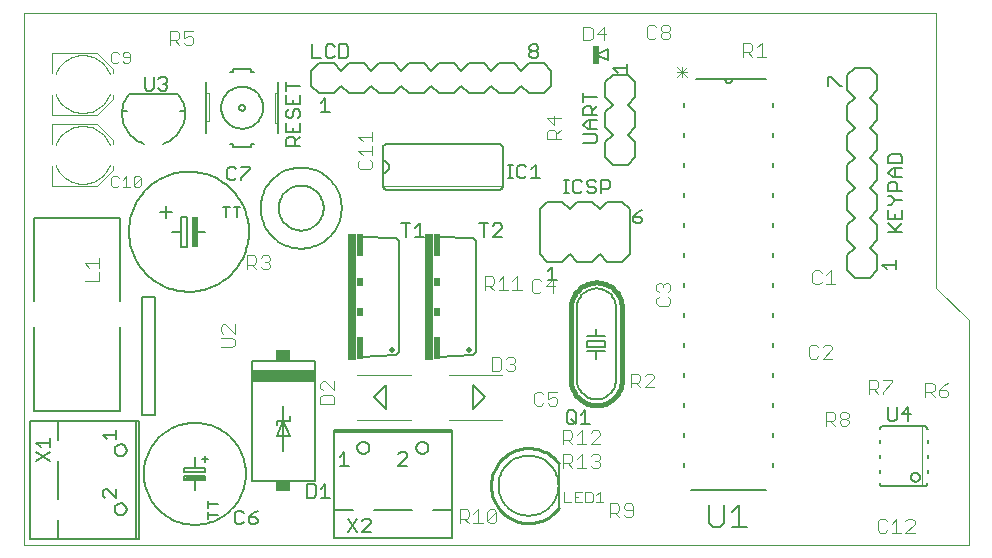
<source format=gto>
G75*
%MOIN*%
%OFA0B0*%
%FSLAX24Y24*%
%IPPOS*%
%LPD*%
%AMOC8*
5,1,8,0,0,1.08239X$1,22.5*
%
%ADD10C,0.0000*%
%ADD11C,0.0060*%
%ADD12C,0.0030*%
%ADD13C,0.0080*%
%ADD14C,0.0040*%
%ADD15C,0.0160*%
%ADD16C,0.0050*%
%ADD17R,0.0500X0.0350*%
%ADD18R,0.2100X0.0400*%
%ADD19R,0.0200X0.1000*%
%ADD20C,0.0020*%
%ADD21C,0.0200*%
%ADD22R,0.0300X0.4200*%
%ADD23R,0.0200X0.0750*%
%ADD24R,0.0200X0.0300*%
%ADD25R,0.0240X0.0620*%
%ADD26C,0.0100*%
D10*
X000149Y000149D02*
X000149Y017866D01*
X030563Y017866D01*
X030563Y008712D01*
X031645Y007630D01*
X031645Y000149D01*
X000149Y000149D01*
D11*
X000361Y000349D02*
X001302Y000349D01*
X003902Y000349D01*
X003902Y004279D01*
X003981Y004279D01*
X003981Y000349D01*
X003902Y000349D01*
X003181Y001329D02*
X003183Y001357D01*
X003189Y001384D01*
X003198Y001410D01*
X003211Y001435D01*
X003228Y001458D01*
X003247Y001478D01*
X003269Y001495D01*
X003293Y001509D01*
X003319Y001519D01*
X003346Y001526D01*
X003374Y001529D01*
X003402Y001528D01*
X003429Y001523D01*
X003456Y001514D01*
X003481Y001502D01*
X003504Y001487D01*
X003525Y001468D01*
X003543Y001447D01*
X003558Y001423D01*
X003569Y001397D01*
X003577Y001371D01*
X003581Y001343D01*
X003581Y001315D01*
X003577Y001287D01*
X003569Y001261D01*
X003558Y001235D01*
X003543Y001211D01*
X003525Y001190D01*
X003504Y001171D01*
X003481Y001156D01*
X003456Y001144D01*
X003429Y001135D01*
X003402Y001130D01*
X003374Y001129D01*
X003346Y001132D01*
X003319Y001139D01*
X003293Y001149D01*
X003269Y001163D01*
X003247Y001180D01*
X003228Y001200D01*
X003211Y001223D01*
X003198Y001248D01*
X003189Y001274D01*
X003183Y001301D01*
X003181Y001329D01*
X001302Y001679D02*
X001302Y002949D01*
X001302Y003649D02*
X001302Y004279D01*
X003902Y004279D01*
X003181Y003299D02*
X003183Y003327D01*
X003189Y003354D01*
X003198Y003380D01*
X003211Y003405D01*
X003228Y003428D01*
X003247Y003448D01*
X003269Y003465D01*
X003293Y003479D01*
X003319Y003489D01*
X003346Y003496D01*
X003374Y003499D01*
X003402Y003498D01*
X003429Y003493D01*
X003456Y003484D01*
X003481Y003472D01*
X003504Y003457D01*
X003525Y003438D01*
X003543Y003417D01*
X003558Y003393D01*
X003569Y003367D01*
X003577Y003341D01*
X003581Y003313D01*
X003581Y003285D01*
X003577Y003257D01*
X003569Y003231D01*
X003558Y003205D01*
X003543Y003181D01*
X003525Y003160D01*
X003504Y003141D01*
X003481Y003126D01*
X003456Y003114D01*
X003429Y003105D01*
X003402Y003100D01*
X003374Y003099D01*
X003346Y003102D01*
X003319Y003109D01*
X003293Y003119D01*
X003269Y003133D01*
X003247Y003150D01*
X003228Y003170D01*
X003211Y003193D01*
X003198Y003218D01*
X003189Y003244D01*
X003183Y003271D01*
X003181Y003299D01*
X001302Y004279D02*
X000361Y004279D01*
X000361Y000349D01*
X001302Y000349D02*
X001302Y000979D01*
X005508Y002311D02*
X005858Y002311D01*
X006208Y002311D01*
X006208Y002441D01*
X005508Y002441D01*
X005508Y002311D01*
X005558Y002381D02*
X006158Y002381D01*
X006208Y002581D02*
X006208Y002711D01*
X005858Y002711D01*
X005508Y002711D01*
X005508Y002581D01*
X006208Y002581D01*
X004158Y002511D02*
X004160Y002593D01*
X004166Y002675D01*
X004176Y002757D01*
X004190Y002838D01*
X004207Y002918D01*
X004229Y002997D01*
X004254Y003075D01*
X004284Y003152D01*
X004316Y003227D01*
X004353Y003301D01*
X004393Y003373D01*
X004436Y003443D01*
X004483Y003510D01*
X004533Y003576D01*
X004586Y003638D01*
X004641Y003698D01*
X004700Y003756D01*
X004762Y003810D01*
X004826Y003862D01*
X004892Y003910D01*
X004961Y003955D01*
X005032Y003997D01*
X005105Y004035D01*
X005179Y004070D01*
X005255Y004101D01*
X005333Y004128D01*
X005411Y004151D01*
X005491Y004171D01*
X005572Y004187D01*
X005653Y004199D01*
X005735Y004207D01*
X005817Y004211D01*
X005899Y004211D01*
X005981Y004207D01*
X006063Y004199D01*
X006144Y004187D01*
X006225Y004171D01*
X006305Y004151D01*
X006383Y004128D01*
X006461Y004101D01*
X006537Y004070D01*
X006611Y004035D01*
X006684Y003997D01*
X006755Y003955D01*
X006824Y003910D01*
X006890Y003862D01*
X006954Y003810D01*
X007016Y003756D01*
X007075Y003698D01*
X007130Y003638D01*
X007183Y003576D01*
X007233Y003510D01*
X007280Y003443D01*
X007323Y003373D01*
X007363Y003301D01*
X007400Y003227D01*
X007432Y003152D01*
X007462Y003075D01*
X007487Y002997D01*
X007509Y002918D01*
X007526Y002838D01*
X007540Y002757D01*
X007550Y002675D01*
X007556Y002593D01*
X007558Y002511D01*
X007556Y002429D01*
X007550Y002347D01*
X007540Y002265D01*
X007526Y002184D01*
X007509Y002104D01*
X007487Y002025D01*
X007462Y001947D01*
X007432Y001870D01*
X007400Y001795D01*
X007363Y001721D01*
X007323Y001649D01*
X007280Y001579D01*
X007233Y001512D01*
X007183Y001446D01*
X007130Y001384D01*
X007075Y001324D01*
X007016Y001266D01*
X006954Y001212D01*
X006890Y001160D01*
X006824Y001112D01*
X006755Y001067D01*
X006684Y001025D01*
X006611Y000987D01*
X006537Y000952D01*
X006461Y000921D01*
X006383Y000894D01*
X006305Y000871D01*
X006225Y000851D01*
X006144Y000835D01*
X006063Y000823D01*
X005981Y000815D01*
X005899Y000811D01*
X005817Y000811D01*
X005735Y000815D01*
X005653Y000823D01*
X005572Y000835D01*
X005491Y000851D01*
X005411Y000871D01*
X005333Y000894D01*
X005255Y000921D01*
X005179Y000952D01*
X005105Y000987D01*
X005032Y001025D01*
X004961Y001067D01*
X004892Y001112D01*
X004826Y001160D01*
X004762Y001212D01*
X004700Y001266D01*
X004641Y001324D01*
X004586Y001384D01*
X004533Y001446D01*
X004483Y001512D01*
X004436Y001579D01*
X004393Y001649D01*
X004353Y001721D01*
X004316Y001795D01*
X004284Y001870D01*
X004254Y001947D01*
X004229Y002025D01*
X004207Y002104D01*
X004190Y002184D01*
X004176Y002265D01*
X004166Y002347D01*
X004160Y002429D01*
X004158Y002511D01*
X005858Y002311D02*
X005858Y001961D01*
X005858Y002711D02*
X005858Y003061D01*
X006108Y003011D02*
X006308Y003011D01*
X006208Y002911D02*
X006208Y003111D01*
X007761Y002283D02*
X007761Y006283D01*
X009861Y006283D01*
X009861Y002283D01*
X007761Y002283D01*
X008811Y003283D02*
X008811Y004283D01*
X009041Y004283D01*
X009041Y004433D01*
X008811Y004283D02*
X008581Y004283D01*
X008581Y004133D01*
X008811Y004283D02*
X008581Y003783D01*
X009041Y003783D01*
X008811Y004283D01*
X008811Y004783D01*
X010488Y003981D02*
X010488Y003902D01*
X014418Y003902D01*
X014418Y001302D01*
X014418Y000361D01*
X010488Y000361D01*
X010488Y001302D01*
X010488Y003902D01*
X010488Y003981D02*
X014418Y003981D01*
X014418Y003902D01*
X013238Y003381D02*
X013240Y003409D01*
X013246Y003436D01*
X013255Y003462D01*
X013268Y003487D01*
X013285Y003510D01*
X013304Y003530D01*
X013326Y003547D01*
X013350Y003561D01*
X013376Y003571D01*
X013403Y003578D01*
X013431Y003581D01*
X013459Y003580D01*
X013486Y003575D01*
X013513Y003566D01*
X013538Y003554D01*
X013561Y003539D01*
X013582Y003520D01*
X013600Y003499D01*
X013615Y003475D01*
X013626Y003449D01*
X013634Y003423D01*
X013638Y003395D01*
X013638Y003367D01*
X013634Y003339D01*
X013626Y003313D01*
X013615Y003287D01*
X013600Y003263D01*
X013582Y003242D01*
X013561Y003223D01*
X013538Y003208D01*
X013513Y003196D01*
X013486Y003187D01*
X013459Y003182D01*
X013431Y003181D01*
X013403Y003184D01*
X013376Y003191D01*
X013350Y003201D01*
X013326Y003215D01*
X013304Y003232D01*
X013285Y003252D01*
X013268Y003275D01*
X013255Y003300D01*
X013246Y003326D01*
X013240Y003353D01*
X013238Y003381D01*
X011268Y003381D02*
X011270Y003409D01*
X011276Y003436D01*
X011285Y003462D01*
X011298Y003487D01*
X011315Y003510D01*
X011334Y003530D01*
X011356Y003547D01*
X011380Y003561D01*
X011406Y003571D01*
X011433Y003578D01*
X011461Y003581D01*
X011489Y003580D01*
X011516Y003575D01*
X011543Y003566D01*
X011568Y003554D01*
X011591Y003539D01*
X011612Y003520D01*
X011630Y003499D01*
X011645Y003475D01*
X011656Y003449D01*
X011664Y003423D01*
X011668Y003395D01*
X011668Y003367D01*
X011664Y003339D01*
X011656Y003313D01*
X011645Y003287D01*
X011630Y003263D01*
X011612Y003242D01*
X011591Y003223D01*
X011568Y003208D01*
X011543Y003196D01*
X011516Y003187D01*
X011489Y003182D01*
X011461Y003181D01*
X011433Y003184D01*
X011406Y003191D01*
X011380Y003201D01*
X011356Y003215D01*
X011334Y003232D01*
X011315Y003252D01*
X011298Y003275D01*
X011285Y003300D01*
X011276Y003326D01*
X011270Y003353D01*
X011268Y003381D01*
X011118Y001302D02*
X010488Y001302D01*
X011818Y001302D02*
X013088Y001302D01*
X013788Y001302D02*
X014418Y001302D01*
X015980Y002118D02*
X015982Y002181D01*
X015988Y002243D01*
X015998Y002305D01*
X016011Y002367D01*
X016029Y002427D01*
X016050Y002486D01*
X016075Y002544D01*
X016104Y002600D01*
X016136Y002654D01*
X016171Y002706D01*
X016209Y002755D01*
X016251Y002803D01*
X016295Y002847D01*
X016343Y002889D01*
X016392Y002927D01*
X016444Y002962D01*
X016498Y002994D01*
X016554Y003023D01*
X016612Y003048D01*
X016671Y003069D01*
X016731Y003087D01*
X016793Y003100D01*
X016855Y003110D01*
X016917Y003116D01*
X016980Y003118D01*
X017043Y003116D01*
X017105Y003110D01*
X017167Y003100D01*
X017229Y003087D01*
X017289Y003069D01*
X017348Y003048D01*
X017406Y003023D01*
X017462Y002994D01*
X017516Y002962D01*
X017568Y002927D01*
X017617Y002889D01*
X017665Y002847D01*
X017709Y002803D01*
X017751Y002755D01*
X017789Y002706D01*
X017824Y002654D01*
X017856Y002600D01*
X017885Y002544D01*
X017910Y002486D01*
X017931Y002427D01*
X017949Y002367D01*
X017962Y002305D01*
X017972Y002243D01*
X017978Y002181D01*
X017980Y002118D01*
X017978Y002055D01*
X017972Y001993D01*
X017962Y001931D01*
X017949Y001869D01*
X017931Y001809D01*
X017910Y001750D01*
X017885Y001692D01*
X017856Y001636D01*
X017824Y001582D01*
X017789Y001530D01*
X017751Y001481D01*
X017709Y001433D01*
X017665Y001389D01*
X017617Y001347D01*
X017568Y001309D01*
X017516Y001274D01*
X017462Y001242D01*
X017406Y001213D01*
X017348Y001188D01*
X017289Y001167D01*
X017229Y001149D01*
X017167Y001136D01*
X017105Y001126D01*
X017043Y001120D01*
X016980Y001118D01*
X016917Y001120D01*
X016855Y001126D01*
X016793Y001136D01*
X016731Y001149D01*
X016671Y001167D01*
X016612Y001188D01*
X016554Y001213D01*
X016498Y001242D01*
X016444Y001274D01*
X016392Y001309D01*
X016343Y001347D01*
X016295Y001389D01*
X016251Y001433D01*
X016209Y001481D01*
X016171Y001530D01*
X016136Y001582D01*
X016104Y001636D01*
X016075Y001692D01*
X016050Y001750D01*
X016029Y001809D01*
X016011Y001869D01*
X015998Y001931D01*
X015988Y001993D01*
X015982Y002055D01*
X015980Y002118D01*
X022169Y002745D02*
X022169Y002885D01*
X022169Y003745D02*
X022169Y003885D01*
X022169Y004745D02*
X022169Y004885D01*
X022169Y005745D02*
X022169Y005885D01*
X022169Y006745D02*
X022169Y006885D01*
X022169Y007745D02*
X022169Y007885D01*
X022169Y008745D02*
X022169Y008885D01*
X022169Y009745D02*
X022169Y009885D01*
X022169Y010745D02*
X022169Y010885D01*
X022169Y011745D02*
X022169Y011885D01*
X022169Y012745D02*
X022169Y012885D01*
X022169Y013745D02*
X022169Y013885D01*
X022169Y014745D02*
X022169Y014885D01*
X022559Y015665D02*
X023529Y015665D01*
X023769Y015665D01*
X024909Y015665D01*
X025129Y014885D02*
X025129Y014745D01*
X025129Y013885D02*
X025129Y013745D01*
X025129Y012885D02*
X025129Y012745D01*
X025129Y011885D02*
X025129Y011745D01*
X025129Y010885D02*
X025129Y010745D01*
X025129Y009885D02*
X025129Y009745D01*
X025129Y008885D02*
X025129Y008745D01*
X025129Y007885D02*
X025129Y007745D01*
X025129Y006885D02*
X025129Y006745D01*
X025129Y005885D02*
X025129Y005745D01*
X025129Y004885D02*
X025129Y004745D01*
X025129Y003885D02*
X025129Y003745D01*
X025129Y002885D02*
X025129Y002745D01*
X024909Y001965D02*
X022389Y001965D01*
X028680Y002552D02*
X028680Y002652D01*
X028680Y003052D02*
X028680Y003152D01*
X028680Y003552D02*
X028680Y003652D01*
X028680Y004002D02*
X028682Y004019D01*
X028686Y004036D01*
X028693Y004052D01*
X028703Y004066D01*
X028716Y004079D01*
X028730Y004089D01*
X028746Y004096D01*
X028763Y004100D01*
X028780Y004102D01*
X030180Y004102D01*
X030197Y004100D01*
X030214Y004096D01*
X030230Y004089D01*
X030244Y004079D01*
X030257Y004066D01*
X030267Y004052D01*
X030274Y004036D01*
X030278Y004019D01*
X030280Y004002D01*
X030280Y003652D02*
X030280Y003552D01*
X030280Y003152D02*
X030280Y003052D01*
X030280Y002652D02*
X030280Y002552D01*
X029730Y002402D02*
X029732Y002426D01*
X029738Y002450D01*
X029747Y002472D01*
X029760Y002492D01*
X029776Y002510D01*
X029795Y002525D01*
X029816Y002538D01*
X029838Y002546D01*
X029862Y002551D01*
X029886Y002552D01*
X029910Y002549D01*
X029933Y002542D01*
X029955Y002532D01*
X029975Y002518D01*
X029992Y002501D01*
X030007Y002482D01*
X030018Y002461D01*
X030026Y002438D01*
X030030Y002414D01*
X030030Y002390D01*
X030026Y002366D01*
X030018Y002343D01*
X030007Y002322D01*
X029992Y002303D01*
X029975Y002286D01*
X029955Y002272D01*
X029933Y002262D01*
X029910Y002255D01*
X029886Y002252D01*
X029862Y002253D01*
X029838Y002258D01*
X029816Y002266D01*
X029795Y002279D01*
X029776Y002294D01*
X029760Y002312D01*
X029747Y002332D01*
X029738Y002354D01*
X029732Y002378D01*
X029730Y002402D01*
X030180Y002102D02*
X030197Y002104D01*
X030214Y002108D01*
X030230Y002115D01*
X030244Y002125D01*
X030257Y002138D01*
X030267Y002152D01*
X030274Y002168D01*
X030278Y002185D01*
X030280Y002202D01*
X030180Y002102D02*
X028780Y002102D01*
X028763Y002104D01*
X028746Y002108D01*
X028730Y002115D01*
X028716Y002125D01*
X028703Y002138D01*
X028693Y002152D01*
X028686Y002168D01*
X028682Y002185D01*
X028680Y002202D01*
X019894Y005642D02*
X019894Y008042D01*
X019892Y008092D01*
X019886Y008141D01*
X019877Y008190D01*
X019864Y008238D01*
X019847Y008285D01*
X019827Y008330D01*
X019803Y008374D01*
X019776Y008416D01*
X019745Y008456D01*
X019712Y008493D01*
X019676Y008527D01*
X019638Y008559D01*
X019597Y008588D01*
X019555Y008613D01*
X019510Y008635D01*
X019464Y008654D01*
X019416Y008669D01*
X019368Y008680D01*
X019319Y008688D01*
X019269Y008692D01*
X019219Y008692D01*
X019169Y008688D01*
X019120Y008680D01*
X019072Y008669D01*
X019024Y008654D01*
X018978Y008635D01*
X018933Y008613D01*
X018891Y008588D01*
X018850Y008559D01*
X018812Y008527D01*
X018776Y008493D01*
X018743Y008456D01*
X018712Y008416D01*
X018685Y008374D01*
X018661Y008330D01*
X018641Y008285D01*
X018624Y008238D01*
X018611Y008190D01*
X018602Y008141D01*
X018596Y008092D01*
X018594Y008042D01*
X018594Y005642D01*
X018596Y005592D01*
X018602Y005543D01*
X018611Y005494D01*
X018624Y005446D01*
X018641Y005399D01*
X018661Y005354D01*
X018685Y005310D01*
X018712Y005268D01*
X018743Y005228D01*
X018776Y005191D01*
X018812Y005157D01*
X018850Y005125D01*
X018891Y005096D01*
X018933Y005071D01*
X018978Y005049D01*
X019024Y005030D01*
X019072Y005015D01*
X019120Y005004D01*
X019169Y004996D01*
X019219Y004992D01*
X019269Y004992D01*
X019319Y004996D01*
X019368Y005004D01*
X019416Y005015D01*
X019464Y005030D01*
X019510Y005049D01*
X019555Y005071D01*
X019597Y005096D01*
X019638Y005125D01*
X019676Y005157D01*
X019712Y005191D01*
X019745Y005228D01*
X019776Y005268D01*
X019803Y005310D01*
X019827Y005354D01*
X019847Y005399D01*
X019864Y005446D01*
X019877Y005494D01*
X019886Y005543D01*
X019892Y005592D01*
X019894Y005642D01*
X019244Y006342D02*
X019244Y006592D01*
X019544Y006592D01*
X019544Y006742D02*
X018944Y006742D01*
X018944Y006942D01*
X019544Y006942D01*
X019544Y006742D01*
X019244Y006592D02*
X018944Y006592D01*
X018944Y007092D02*
X019244Y007092D01*
X019244Y007342D01*
X019244Y007092D02*
X019544Y007092D01*
X015219Y006567D02*
X015119Y006467D01*
X013969Y006417D01*
X015219Y006567D02*
X015219Y010267D01*
X015119Y010367D01*
X013969Y010417D01*
X012660Y010267D02*
X012660Y006567D01*
X012560Y006467D01*
X011410Y006417D01*
X017350Y009832D02*
X017600Y009582D01*
X018100Y009582D01*
X018350Y009832D01*
X018600Y009582D01*
X019100Y009582D01*
X019350Y009832D01*
X019600Y009582D01*
X020100Y009582D01*
X020350Y009832D01*
X020350Y011332D01*
X020100Y011582D01*
X019600Y011582D01*
X019350Y011332D01*
X019100Y011582D01*
X018600Y011582D01*
X018350Y011332D01*
X018100Y011582D01*
X017600Y011582D01*
X017350Y011332D01*
X017350Y009832D01*
X015976Y011978D02*
X012276Y011978D01*
X012253Y011980D01*
X012230Y011985D01*
X012208Y011994D01*
X012188Y012007D01*
X012170Y012022D01*
X012155Y012040D01*
X012142Y012060D01*
X012133Y012082D01*
X012128Y012105D01*
X012126Y012128D01*
X012126Y012548D01*
X012126Y012948D01*
X012126Y013368D01*
X012128Y013391D01*
X012133Y013414D01*
X012142Y013436D01*
X012155Y013456D01*
X012170Y013474D01*
X012188Y013489D01*
X012208Y013502D01*
X012230Y013511D01*
X012253Y013516D01*
X012276Y013518D01*
X015976Y013518D01*
X015999Y013516D01*
X016022Y013511D01*
X016044Y013502D01*
X016064Y013489D01*
X016082Y013474D01*
X016097Y013456D01*
X016110Y013436D01*
X016119Y013414D01*
X016124Y013391D01*
X016126Y013368D01*
X016126Y012128D01*
X016124Y012105D01*
X016119Y012082D01*
X016110Y012060D01*
X016097Y012040D01*
X016082Y012022D01*
X016064Y012007D01*
X016044Y011994D01*
X016022Y011985D01*
X015999Y011980D01*
X015976Y011978D01*
X012660Y010267D02*
X012560Y010367D01*
X011410Y010417D01*
X008051Y011370D02*
X008053Y011443D01*
X008059Y011516D01*
X008069Y011588D01*
X008083Y011660D01*
X008100Y011731D01*
X008122Y011801D01*
X008147Y011870D01*
X008176Y011937D01*
X008208Y012002D01*
X008244Y012066D01*
X008284Y012128D01*
X008326Y012187D01*
X008372Y012244D01*
X008421Y012298D01*
X008473Y012350D01*
X008527Y012399D01*
X008584Y012445D01*
X008643Y012487D01*
X008705Y012527D01*
X008769Y012563D01*
X008834Y012595D01*
X008901Y012624D01*
X008970Y012649D01*
X009040Y012671D01*
X009111Y012688D01*
X009183Y012702D01*
X009255Y012712D01*
X009328Y012718D01*
X009401Y012720D01*
X009474Y012718D01*
X009547Y012712D01*
X009619Y012702D01*
X009691Y012688D01*
X009762Y012671D01*
X009832Y012649D01*
X009901Y012624D01*
X009968Y012595D01*
X010033Y012563D01*
X010097Y012527D01*
X010159Y012487D01*
X010218Y012445D01*
X010275Y012399D01*
X010329Y012350D01*
X010381Y012298D01*
X010430Y012244D01*
X010476Y012187D01*
X010518Y012128D01*
X010558Y012066D01*
X010594Y012002D01*
X010626Y011937D01*
X010655Y011870D01*
X010680Y011801D01*
X010702Y011731D01*
X010719Y011660D01*
X010733Y011588D01*
X010743Y011516D01*
X010749Y011443D01*
X010751Y011370D01*
X010749Y011297D01*
X010743Y011224D01*
X010733Y011152D01*
X010719Y011080D01*
X010702Y011009D01*
X010680Y010939D01*
X010655Y010870D01*
X010626Y010803D01*
X010594Y010738D01*
X010558Y010674D01*
X010518Y010612D01*
X010476Y010553D01*
X010430Y010496D01*
X010381Y010442D01*
X010329Y010390D01*
X010275Y010341D01*
X010218Y010295D01*
X010159Y010253D01*
X010097Y010213D01*
X010033Y010177D01*
X009968Y010145D01*
X009901Y010116D01*
X009832Y010091D01*
X009762Y010069D01*
X009691Y010052D01*
X009619Y010038D01*
X009547Y010028D01*
X009474Y010022D01*
X009401Y010020D01*
X009328Y010022D01*
X009255Y010028D01*
X009183Y010038D01*
X009111Y010052D01*
X009040Y010069D01*
X008970Y010091D01*
X008901Y010116D01*
X008834Y010145D01*
X008769Y010177D01*
X008705Y010213D01*
X008643Y010253D01*
X008584Y010295D01*
X008527Y010341D01*
X008473Y010390D01*
X008421Y010442D01*
X008372Y010496D01*
X008326Y010553D01*
X008284Y010612D01*
X008244Y010674D01*
X008208Y010738D01*
X008176Y010803D01*
X008147Y010870D01*
X008122Y010939D01*
X008100Y011009D01*
X008083Y011080D01*
X008069Y011152D01*
X008059Y011224D01*
X008053Y011297D01*
X008051Y011370D01*
X006211Y010582D02*
X005911Y010582D01*
X003661Y010582D02*
X003663Y010671D01*
X003669Y010760D01*
X003679Y010849D01*
X003693Y010937D01*
X003710Y011024D01*
X003732Y011110D01*
X003758Y011196D01*
X003787Y011280D01*
X003820Y011363D01*
X003856Y011444D01*
X003897Y011524D01*
X003940Y011601D01*
X003987Y011677D01*
X004038Y011750D01*
X004091Y011821D01*
X004148Y011890D01*
X004208Y011956D01*
X004271Y012020D01*
X004336Y012080D01*
X004404Y012138D01*
X004475Y012192D01*
X004548Y012243D01*
X004623Y012291D01*
X004700Y012336D01*
X004779Y012377D01*
X004860Y012414D01*
X004942Y012448D01*
X005026Y012479D01*
X005111Y012505D01*
X005197Y012528D01*
X005284Y012546D01*
X005372Y012561D01*
X005461Y012572D01*
X005550Y012579D01*
X005639Y012582D01*
X005728Y012581D01*
X005817Y012576D01*
X005905Y012567D01*
X005994Y012554D01*
X006081Y012537D01*
X006168Y012517D01*
X006254Y012492D01*
X006338Y012464D01*
X006421Y012432D01*
X006503Y012396D01*
X006583Y012357D01*
X006661Y012314D01*
X006737Y012268D01*
X006811Y012218D01*
X006883Y012165D01*
X006952Y012109D01*
X007019Y012050D01*
X007083Y011988D01*
X007144Y011924D01*
X007203Y011856D01*
X007258Y011786D01*
X007310Y011714D01*
X007359Y011639D01*
X007404Y011563D01*
X007446Y011484D01*
X007484Y011404D01*
X007519Y011322D01*
X007550Y011238D01*
X007578Y011153D01*
X007601Y011067D01*
X007621Y010980D01*
X007637Y010893D01*
X007649Y010804D01*
X007657Y010716D01*
X007661Y010627D01*
X007661Y010537D01*
X007657Y010448D01*
X007649Y010360D01*
X007637Y010271D01*
X007621Y010184D01*
X007601Y010097D01*
X007578Y010011D01*
X007550Y009926D01*
X007519Y009842D01*
X007484Y009760D01*
X007446Y009680D01*
X007404Y009601D01*
X007359Y009525D01*
X007310Y009450D01*
X007258Y009378D01*
X007203Y009308D01*
X007144Y009240D01*
X007083Y009176D01*
X007019Y009114D01*
X006952Y009055D01*
X006883Y008999D01*
X006811Y008946D01*
X006737Y008896D01*
X006661Y008850D01*
X006583Y008807D01*
X006503Y008768D01*
X006421Y008732D01*
X006338Y008700D01*
X006254Y008672D01*
X006168Y008647D01*
X006081Y008627D01*
X005994Y008610D01*
X005905Y008597D01*
X005817Y008588D01*
X005728Y008583D01*
X005639Y008582D01*
X005550Y008585D01*
X005461Y008592D01*
X005372Y008603D01*
X005284Y008618D01*
X005197Y008636D01*
X005111Y008659D01*
X005026Y008685D01*
X004942Y008716D01*
X004860Y008750D01*
X004779Y008787D01*
X004700Y008828D01*
X004623Y008873D01*
X004548Y008921D01*
X004475Y008972D01*
X004404Y009026D01*
X004336Y009084D01*
X004271Y009144D01*
X004208Y009208D01*
X004148Y009274D01*
X004091Y009343D01*
X004038Y009414D01*
X003987Y009487D01*
X003940Y009563D01*
X003897Y009640D01*
X003856Y009720D01*
X003820Y009801D01*
X003787Y009884D01*
X003758Y009968D01*
X003732Y010054D01*
X003710Y010140D01*
X003693Y010227D01*
X003679Y010315D01*
X003669Y010404D01*
X003663Y010493D01*
X003661Y010582D01*
X004711Y011232D02*
X005111Y011232D01*
X004911Y011032D02*
X004911Y011432D01*
X005411Y011082D02*
X005411Y010582D01*
X005411Y010082D01*
X005611Y010082D01*
X005611Y011082D01*
X005411Y011082D01*
X005411Y010582D02*
X005111Y010582D01*
X007133Y013416D02*
X007733Y013416D01*
X007733Y013516D01*
X007833Y013516D01*
X007133Y013516D02*
X007033Y013516D01*
X007133Y013516D02*
X007133Y013416D01*
X006233Y013866D02*
X006233Y014266D01*
X006233Y015216D01*
X006233Y015566D01*
X007033Y015916D02*
X007133Y015916D01*
X007133Y016016D01*
X007733Y016016D01*
X007733Y015916D01*
X007833Y015916D01*
X008633Y015566D02*
X008633Y015216D01*
X008633Y014216D01*
X008633Y013866D01*
X007333Y014716D02*
X007335Y014736D01*
X007341Y014754D01*
X007350Y014772D01*
X007362Y014787D01*
X007377Y014799D01*
X007395Y014808D01*
X007413Y014814D01*
X007433Y014816D01*
X007453Y014814D01*
X007471Y014808D01*
X007489Y014799D01*
X007504Y014787D01*
X007516Y014772D01*
X007525Y014754D01*
X007531Y014736D01*
X007533Y014716D01*
X007531Y014696D01*
X007525Y014678D01*
X007516Y014660D01*
X007504Y014645D01*
X007489Y014633D01*
X007471Y014624D01*
X007453Y014618D01*
X007433Y014616D01*
X007413Y014618D01*
X007395Y014624D01*
X007377Y014633D01*
X007362Y014645D01*
X007350Y014660D01*
X007341Y014678D01*
X007335Y014696D01*
X007333Y014716D01*
X006733Y014716D02*
X006735Y014768D01*
X006741Y014820D01*
X006751Y014872D01*
X006764Y014922D01*
X006781Y014972D01*
X006802Y015020D01*
X006827Y015066D01*
X006855Y015110D01*
X006886Y015152D01*
X006920Y015192D01*
X006957Y015229D01*
X006997Y015263D01*
X007039Y015294D01*
X007083Y015322D01*
X007129Y015347D01*
X007177Y015368D01*
X007227Y015385D01*
X007277Y015398D01*
X007329Y015408D01*
X007381Y015414D01*
X007433Y015416D01*
X007485Y015414D01*
X007537Y015408D01*
X007589Y015398D01*
X007639Y015385D01*
X007689Y015368D01*
X007737Y015347D01*
X007783Y015322D01*
X007827Y015294D01*
X007869Y015263D01*
X007909Y015229D01*
X007946Y015192D01*
X007980Y015152D01*
X008011Y015110D01*
X008039Y015066D01*
X008064Y015020D01*
X008085Y014972D01*
X008102Y014922D01*
X008115Y014872D01*
X008125Y014820D01*
X008131Y014768D01*
X008133Y014716D01*
X008131Y014664D01*
X008125Y014612D01*
X008115Y014560D01*
X008102Y014510D01*
X008085Y014460D01*
X008064Y014412D01*
X008039Y014366D01*
X008011Y014322D01*
X007980Y014280D01*
X007946Y014240D01*
X007909Y014203D01*
X007869Y014169D01*
X007827Y014138D01*
X007783Y014110D01*
X007737Y014085D01*
X007689Y014064D01*
X007639Y014047D01*
X007589Y014034D01*
X007537Y014024D01*
X007485Y014018D01*
X007433Y014016D01*
X007381Y014018D01*
X007329Y014024D01*
X007277Y014034D01*
X007227Y014047D01*
X007177Y014064D01*
X007129Y014085D01*
X007083Y014110D01*
X007039Y014138D01*
X006997Y014169D01*
X006957Y014203D01*
X006920Y014240D01*
X006886Y014280D01*
X006855Y014322D01*
X006827Y014366D01*
X006802Y014412D01*
X006781Y014460D01*
X006764Y014510D01*
X006751Y014560D01*
X006741Y014612D01*
X006735Y014664D01*
X006733Y014716D01*
X005525Y014619D02*
X005367Y014619D01*
X005305Y015169D02*
X003655Y015169D01*
X003593Y014619D02*
X003435Y014619D01*
X003655Y015169D02*
X003618Y015118D01*
X003583Y015065D01*
X003551Y015009D01*
X003523Y014952D01*
X003499Y014893D01*
X003478Y014833D01*
X003461Y014772D01*
X003447Y014710D01*
X003438Y014647D01*
X003432Y014584D01*
X003430Y014520D01*
X003432Y014456D01*
X003438Y014393D01*
X003447Y014330D01*
X003460Y014268D01*
X003478Y014207D01*
X003498Y014147D01*
X003523Y014088D01*
X003550Y014031D01*
X003582Y013975D01*
X003616Y013922D01*
X003654Y013871D01*
X003695Y013822D01*
X003739Y013776D01*
X003785Y013732D01*
X003834Y013691D01*
X003885Y013654D01*
X003939Y013619D01*
X003994Y013588D01*
X004051Y013560D01*
X004110Y013536D01*
X004170Y013516D01*
X004790Y013516D02*
X004850Y013536D01*
X004909Y013560D01*
X004966Y013588D01*
X005021Y013619D01*
X005075Y013654D01*
X005126Y013691D01*
X005175Y013732D01*
X005221Y013776D01*
X005265Y013822D01*
X005306Y013871D01*
X005344Y013922D01*
X005378Y013975D01*
X005409Y014031D01*
X005437Y014088D01*
X005462Y014147D01*
X005482Y014207D01*
X005500Y014268D01*
X005513Y014330D01*
X005522Y014393D01*
X005528Y014456D01*
X005530Y014520D01*
X005528Y014584D01*
X005522Y014647D01*
X005513Y014710D01*
X005499Y014772D01*
X005482Y014833D01*
X005461Y014893D01*
X005437Y014952D01*
X005409Y015009D01*
X005377Y015065D01*
X005342Y015118D01*
X005305Y015169D01*
X009732Y015450D02*
X009982Y015200D01*
X010482Y015200D01*
X010732Y015450D01*
X010982Y015200D01*
X011482Y015200D01*
X011732Y015450D01*
X011982Y015200D01*
X012482Y015200D01*
X012732Y015450D01*
X012982Y015200D01*
X013482Y015200D01*
X013732Y015450D01*
X013982Y015200D01*
X014482Y015200D01*
X014732Y015450D01*
X014982Y015200D01*
X015482Y015200D01*
X015732Y015450D01*
X015982Y015200D01*
X016482Y015200D01*
X016732Y015450D01*
X016982Y015200D01*
X017482Y015200D01*
X017732Y015450D01*
X017732Y015950D01*
X017482Y016200D01*
X016982Y016200D01*
X016732Y015950D01*
X016482Y016200D01*
X015982Y016200D01*
X015732Y015950D01*
X015482Y016200D01*
X014982Y016200D01*
X014732Y015950D01*
X014482Y016200D01*
X013982Y016200D01*
X013732Y015950D01*
X013482Y016200D01*
X012982Y016200D01*
X012732Y015950D01*
X012482Y016200D01*
X011982Y016200D01*
X011732Y015950D01*
X011482Y016200D01*
X010982Y016200D01*
X010732Y015950D01*
X010482Y016200D01*
X009982Y016200D01*
X009732Y015950D01*
X009732Y015450D01*
X012126Y012948D02*
X012153Y012946D01*
X012180Y012941D01*
X012206Y012931D01*
X012230Y012919D01*
X012252Y012903D01*
X012272Y012885D01*
X012289Y012863D01*
X012304Y012840D01*
X012314Y012815D01*
X012322Y012789D01*
X012326Y012762D01*
X012326Y012734D01*
X012322Y012707D01*
X012314Y012681D01*
X012304Y012656D01*
X012289Y012633D01*
X012272Y012611D01*
X012252Y012593D01*
X012230Y012577D01*
X012206Y012565D01*
X012180Y012555D01*
X012153Y012550D01*
X012126Y012548D01*
X019531Y013072D02*
X019531Y013572D01*
X019781Y013822D01*
X019531Y014072D01*
X019531Y014572D01*
X019781Y014822D01*
X019531Y015072D01*
X019531Y015572D01*
X019781Y015822D01*
X020281Y015822D01*
X020531Y015572D01*
X020531Y015072D01*
X020281Y014822D01*
X020531Y014572D01*
X020531Y014072D01*
X020281Y013822D01*
X020531Y013572D01*
X020531Y013072D01*
X020281Y012822D01*
X019781Y012822D01*
X019531Y013072D01*
X023529Y015665D02*
X023531Y015644D01*
X023536Y015624D01*
X023545Y015605D01*
X023557Y015588D01*
X023572Y015573D01*
X023589Y015561D01*
X023608Y015552D01*
X023628Y015547D01*
X023649Y015545D01*
X023670Y015547D01*
X023690Y015552D01*
X023709Y015561D01*
X023726Y015573D01*
X023741Y015588D01*
X023753Y015605D01*
X023762Y015624D01*
X023767Y015644D01*
X023769Y015665D01*
X027602Y015801D02*
X027602Y015301D01*
X027852Y015051D01*
X027602Y014801D01*
X027602Y014301D01*
X027852Y014051D01*
X027602Y013801D01*
X027602Y013301D01*
X027852Y013051D01*
X027602Y012801D01*
X027602Y012301D01*
X027852Y012051D01*
X027602Y011801D01*
X027602Y011301D01*
X027852Y011051D01*
X027602Y010801D01*
X027602Y010301D01*
X027852Y010051D01*
X027602Y009801D01*
X027602Y009301D01*
X027852Y009051D01*
X028352Y009051D01*
X028602Y009301D01*
X028602Y009801D01*
X028352Y010051D01*
X028602Y010301D01*
X028602Y010801D01*
X028352Y011051D01*
X028602Y011301D01*
X028602Y011801D01*
X028352Y012051D01*
X028602Y012301D01*
X028602Y012801D01*
X028352Y013051D01*
X028602Y013301D01*
X028602Y013801D01*
X028352Y014051D01*
X028602Y014301D01*
X028602Y014801D01*
X028352Y015051D01*
X028602Y015301D01*
X028602Y015801D01*
X028352Y016051D01*
X027852Y016051D01*
X027602Y015801D01*
D12*
X022248Y015748D02*
X021934Y016062D01*
X022091Y016062D02*
X022091Y015748D01*
X021934Y015748D02*
X022248Y016062D01*
X022248Y015905D02*
X021934Y015905D01*
X004061Y012382D02*
X004061Y012135D01*
X003999Y012074D01*
X003876Y012074D01*
X003814Y012135D01*
X004061Y012382D01*
X003999Y012444D01*
X003876Y012444D01*
X003814Y012382D01*
X003814Y012135D01*
X003693Y012074D02*
X003446Y012074D01*
X003569Y012074D02*
X003569Y012444D01*
X003446Y012321D01*
X003324Y012382D02*
X003263Y012444D01*
X003139Y012444D01*
X003078Y012382D01*
X003078Y012135D01*
X003139Y012074D01*
X003263Y012074D01*
X003324Y012135D01*
X003263Y016208D02*
X003139Y016208D01*
X003078Y016269D01*
X003078Y016516D01*
X003139Y016578D01*
X003263Y016578D01*
X003324Y016516D01*
X003446Y016516D02*
X003446Y016454D01*
X003508Y016393D01*
X003693Y016393D01*
X003693Y016516D02*
X003693Y016269D01*
X003631Y016208D01*
X003508Y016208D01*
X003446Y016269D01*
X003324Y016269D02*
X003263Y016208D01*
X003446Y016516D02*
X003508Y016578D01*
X003631Y016578D01*
X003693Y016516D01*
D13*
X008653Y011370D02*
X008655Y011425D01*
X008661Y011479D01*
X008671Y011533D01*
X008685Y011585D01*
X008702Y011637D01*
X008724Y011687D01*
X008749Y011736D01*
X008777Y011783D01*
X008809Y011827D01*
X008844Y011869D01*
X008882Y011908D01*
X008923Y011945D01*
X008966Y011978D01*
X009011Y012008D01*
X009059Y012035D01*
X009108Y012058D01*
X009159Y012078D01*
X009212Y012094D01*
X009265Y012106D01*
X009319Y012114D01*
X009374Y012118D01*
X009428Y012118D01*
X009483Y012114D01*
X009537Y012106D01*
X009590Y012094D01*
X009643Y012078D01*
X009694Y012058D01*
X009743Y012035D01*
X009791Y012008D01*
X009836Y011978D01*
X009879Y011945D01*
X009920Y011908D01*
X009958Y011869D01*
X009993Y011827D01*
X010025Y011783D01*
X010053Y011736D01*
X010078Y011687D01*
X010100Y011637D01*
X010117Y011585D01*
X010131Y011533D01*
X010141Y011479D01*
X010147Y011425D01*
X010149Y011370D01*
X010147Y011315D01*
X010141Y011261D01*
X010131Y011207D01*
X010117Y011155D01*
X010100Y011103D01*
X010078Y011053D01*
X010053Y011004D01*
X010025Y010957D01*
X009993Y010913D01*
X009958Y010871D01*
X009920Y010832D01*
X009879Y010795D01*
X009836Y010762D01*
X009791Y010732D01*
X009743Y010705D01*
X009694Y010682D01*
X009643Y010662D01*
X009590Y010646D01*
X009537Y010634D01*
X009483Y010626D01*
X009428Y010622D01*
X009374Y010622D01*
X009319Y010626D01*
X009265Y010634D01*
X009212Y010646D01*
X009159Y010662D01*
X009108Y010682D01*
X009059Y010705D01*
X009011Y010732D01*
X008966Y010762D01*
X008923Y010795D01*
X008882Y010832D01*
X008844Y010871D01*
X008809Y010913D01*
X008777Y010957D01*
X008749Y011004D01*
X008724Y011053D01*
X008702Y011103D01*
X008685Y011155D01*
X008671Y011207D01*
X008661Y011261D01*
X008655Y011315D01*
X008653Y011370D01*
X003358Y011035D02*
X003358Y008259D01*
X004110Y008417D02*
X004110Y004480D01*
X004543Y004480D01*
X004543Y008417D01*
X004110Y008417D01*
X003358Y007393D02*
X003358Y004618D01*
X000484Y004618D01*
X000484Y007393D01*
X000484Y008259D02*
X000484Y011035D01*
X003358Y011035D01*
X011830Y005070D02*
X012233Y005464D01*
X012233Y004677D01*
X011830Y005070D01*
X015132Y005464D02*
X015132Y004677D01*
X015535Y005070D01*
X015132Y005464D01*
X017980Y002868D02*
X017980Y001368D01*
X022999Y001486D02*
X022999Y000869D01*
X023122Y000745D01*
X023369Y000745D01*
X023492Y000869D01*
X023492Y001486D01*
X023754Y001239D02*
X024001Y001486D01*
X024001Y000745D01*
X023754Y000745D02*
X024248Y000745D01*
X019637Y016291D02*
X019637Y016685D01*
X019244Y016488D01*
X019637Y016291D01*
D14*
X019501Y016958D02*
X019501Y017418D01*
X019271Y017188D01*
X019578Y017188D01*
X019117Y017035D02*
X019117Y017341D01*
X019041Y017418D01*
X018811Y017418D01*
X018811Y016958D01*
X019041Y016958D01*
X019117Y017035D01*
X020929Y017085D02*
X021006Y017008D01*
X021159Y017008D01*
X021236Y017085D01*
X021389Y017085D02*
X021389Y017161D01*
X021466Y017238D01*
X021620Y017238D01*
X021696Y017161D01*
X021696Y017085D01*
X021620Y017008D01*
X021466Y017008D01*
X021389Y017085D01*
X021466Y017238D02*
X021389Y017315D01*
X021389Y017391D01*
X021466Y017468D01*
X021620Y017468D01*
X021696Y017391D01*
X021696Y017315D01*
X021620Y017238D01*
X021236Y017391D02*
X021159Y017468D01*
X021006Y017468D01*
X020929Y017391D01*
X020929Y017085D01*
X024132Y016878D02*
X024132Y016417D01*
X024132Y016571D02*
X024362Y016571D01*
X024439Y016647D01*
X024439Y016801D01*
X024362Y016878D01*
X024132Y016878D01*
X024285Y016571D02*
X024439Y016417D01*
X024592Y016417D02*
X024899Y016417D01*
X024746Y016417D02*
X024746Y016878D01*
X024592Y016724D01*
X018058Y014362D02*
X017598Y014362D01*
X017828Y014132D01*
X017828Y014439D01*
X017828Y013979D02*
X017675Y013979D01*
X017598Y013902D01*
X017598Y013672D01*
X018058Y013672D01*
X017905Y013672D02*
X017905Y013902D01*
X017828Y013979D01*
X017905Y013825D02*
X018058Y013979D01*
X011759Y013902D02*
X011759Y013595D01*
X011759Y013748D02*
X011299Y013748D01*
X011452Y013595D01*
X011759Y013441D02*
X011759Y013134D01*
X011759Y013288D02*
X011299Y013288D01*
X011452Y013134D01*
X011375Y012981D02*
X011299Y012904D01*
X011299Y012751D01*
X011375Y012674D01*
X011682Y012674D01*
X011759Y012751D01*
X011759Y012904D01*
X011682Y012981D01*
X008364Y009714D02*
X008287Y009791D01*
X008134Y009791D01*
X008057Y009714D01*
X007903Y009714D02*
X007903Y009561D01*
X007827Y009484D01*
X007596Y009484D01*
X007596Y009331D02*
X007596Y009791D01*
X007827Y009791D01*
X007903Y009714D01*
X007750Y009484D02*
X007903Y009331D01*
X008057Y009407D02*
X008134Y009331D01*
X008287Y009331D01*
X008364Y009407D01*
X008364Y009484D01*
X008287Y009561D01*
X008210Y009561D01*
X008287Y009561D02*
X008364Y009638D01*
X008364Y009714D01*
X007184Y007495D02*
X007184Y007188D01*
X006877Y007495D01*
X006801Y007495D01*
X006724Y007418D01*
X006724Y007265D01*
X006801Y007188D01*
X006724Y007034D02*
X007108Y007034D01*
X007184Y006958D01*
X007184Y006804D01*
X007108Y006727D01*
X006724Y006727D01*
X010039Y005522D02*
X010039Y005368D01*
X010116Y005291D01*
X010116Y005138D02*
X010039Y005061D01*
X010039Y004831D01*
X010500Y004831D01*
X010500Y005061D01*
X010423Y005138D01*
X010116Y005138D01*
X010500Y005291D02*
X010193Y005598D01*
X010116Y005598D01*
X010039Y005522D01*
X010500Y005598D02*
X010500Y005291D01*
X011267Y005820D02*
X013047Y005820D01*
X014318Y005820D02*
X016098Y005820D01*
X015986Y005940D02*
X016063Y006017D01*
X016063Y006324D01*
X015986Y006401D01*
X015756Y006401D01*
X015756Y005940D01*
X015986Y005940D01*
X016217Y006017D02*
X016293Y005940D01*
X016447Y005940D01*
X016524Y006017D01*
X016524Y006094D01*
X016447Y006171D01*
X016370Y006171D01*
X016447Y006171D02*
X016524Y006247D01*
X016524Y006324D01*
X016447Y006401D01*
X016293Y006401D01*
X016217Y006324D01*
X017246Y005240D02*
X017170Y005163D01*
X017170Y004856D01*
X017246Y004779D01*
X017400Y004779D01*
X017477Y004856D01*
X017630Y004856D02*
X017707Y004779D01*
X017860Y004779D01*
X017937Y004856D01*
X017937Y005010D01*
X017860Y005086D01*
X017784Y005086D01*
X017630Y005010D01*
X017630Y005240D01*
X017937Y005240D01*
X017477Y005163D02*
X017400Y005240D01*
X017246Y005240D01*
X016098Y004320D02*
X014318Y004320D01*
X013047Y004320D02*
X011267Y004320D01*
X014683Y001326D02*
X014913Y001326D01*
X014990Y001250D01*
X014990Y001096D01*
X014913Y001020D01*
X014683Y001020D01*
X014836Y001020D02*
X014990Y000866D01*
X015143Y000866D02*
X015450Y000866D01*
X015297Y000866D02*
X015297Y001326D01*
X015143Y001173D01*
X014683Y001326D02*
X014683Y000866D01*
X015604Y000943D02*
X015681Y000866D01*
X015834Y000866D01*
X015911Y000943D01*
X015911Y001250D01*
X015604Y000943D01*
X015604Y001250D01*
X015681Y001326D01*
X015834Y001326D01*
X015911Y001250D01*
X018151Y001560D02*
X018387Y001560D01*
X018514Y001560D02*
X018750Y001560D01*
X018877Y001560D02*
X019054Y001560D01*
X019113Y001619D01*
X019113Y001855D01*
X019054Y001914D01*
X018877Y001914D01*
X018877Y001560D01*
X018632Y001737D02*
X018514Y001737D01*
X018514Y001914D02*
X018514Y001560D01*
X018151Y001560D02*
X018151Y001914D01*
X018514Y001914D02*
X018750Y001914D01*
X019239Y001796D02*
X019357Y001914D01*
X019357Y001560D01*
X019239Y001560D02*
X019475Y001560D01*
X019703Y001523D02*
X019933Y001523D01*
X020010Y001447D01*
X020010Y001293D01*
X019933Y001216D01*
X019703Y001216D01*
X019703Y001063D02*
X019703Y001523D01*
X020163Y001447D02*
X020163Y001370D01*
X020240Y001293D01*
X020470Y001293D01*
X020470Y001140D02*
X020470Y001447D01*
X020393Y001523D01*
X020240Y001523D01*
X020163Y001447D01*
X020163Y001140D02*
X020240Y001063D01*
X020393Y001063D01*
X020470Y001140D01*
X020010Y001063D02*
X019856Y001216D01*
X019284Y002713D02*
X019130Y002713D01*
X019053Y002789D01*
X018900Y002713D02*
X018593Y002713D01*
X018746Y002713D02*
X018746Y003173D01*
X018593Y003019D01*
X018439Y002943D02*
X018363Y002866D01*
X018133Y002866D01*
X018286Y002866D02*
X018439Y002713D01*
X018439Y002943D02*
X018439Y003096D01*
X018363Y003173D01*
X018133Y003173D01*
X018133Y002713D01*
X019053Y003096D02*
X019130Y003173D01*
X019284Y003173D01*
X019360Y003096D01*
X019360Y003019D01*
X019284Y002943D01*
X019360Y002866D01*
X019360Y002789D01*
X019284Y002713D01*
X019284Y002943D02*
X019207Y002943D01*
X019360Y003500D02*
X019053Y003500D01*
X019360Y003807D01*
X019360Y003884D01*
X019284Y003960D01*
X019130Y003960D01*
X019053Y003884D01*
X018746Y003960D02*
X018746Y003500D01*
X018593Y003500D02*
X018900Y003500D01*
X018439Y003500D02*
X018286Y003653D01*
X018363Y003653D02*
X018133Y003653D01*
X018133Y003500D02*
X018133Y003960D01*
X018363Y003960D01*
X018439Y003884D01*
X018439Y003730D01*
X018363Y003653D01*
X018593Y003807D02*
X018746Y003960D01*
X020392Y005394D02*
X020392Y005854D01*
X020622Y005854D01*
X020699Y005777D01*
X020699Y005624D01*
X020622Y005547D01*
X020392Y005547D01*
X020545Y005547D02*
X020699Y005394D01*
X020852Y005394D02*
X021159Y005701D01*
X021159Y005777D01*
X021082Y005854D01*
X020929Y005854D01*
X020852Y005777D01*
X020852Y005394D02*
X021159Y005394D01*
X021316Y008115D02*
X021623Y008115D01*
X021700Y008191D01*
X021700Y008345D01*
X021623Y008421D01*
X021623Y008575D02*
X021700Y008652D01*
X021700Y008805D01*
X021623Y008882D01*
X021547Y008882D01*
X021470Y008805D01*
X021470Y008728D01*
X021470Y008805D02*
X021393Y008882D01*
X021316Y008882D01*
X021240Y008805D01*
X021240Y008652D01*
X021316Y008575D01*
X021316Y008421D02*
X021240Y008345D01*
X021240Y008191D01*
X021316Y008115D01*
X017858Y008773D02*
X017551Y008773D01*
X017781Y009004D01*
X017781Y008543D01*
X017397Y008620D02*
X017321Y008543D01*
X017167Y008543D01*
X017090Y008620D01*
X017090Y008927D01*
X017167Y009004D01*
X017321Y009004D01*
X017397Y008927D01*
X016751Y008634D02*
X016444Y008634D01*
X016291Y008634D02*
X015984Y008634D01*
X016137Y008634D02*
X016137Y009094D01*
X015984Y008941D01*
X015830Y009017D02*
X015830Y008864D01*
X015754Y008787D01*
X015524Y008787D01*
X015677Y008787D02*
X015830Y008634D01*
X015524Y008634D02*
X015524Y009094D01*
X015754Y009094D01*
X015830Y009017D01*
X016444Y008941D02*
X016598Y009094D01*
X016598Y008634D01*
X026441Y008915D02*
X026518Y008839D01*
X026671Y008839D01*
X026748Y008915D01*
X026901Y008839D02*
X027208Y008839D01*
X027055Y008839D02*
X027055Y009299D01*
X026901Y009145D01*
X026748Y009222D02*
X026671Y009299D01*
X026518Y009299D01*
X026441Y009222D01*
X026441Y008915D01*
X026400Y006815D02*
X026323Y006738D01*
X026323Y006431D01*
X026400Y006354D01*
X026553Y006354D01*
X026630Y006431D01*
X026784Y006354D02*
X027091Y006661D01*
X027091Y006738D01*
X027014Y006815D01*
X026860Y006815D01*
X026784Y006738D01*
X026630Y006738D02*
X026553Y006815D01*
X026400Y006815D01*
X026784Y006354D02*
X027091Y006354D01*
X028337Y005634D02*
X028567Y005634D01*
X028644Y005557D01*
X028644Y005403D01*
X028567Y005327D01*
X028337Y005327D01*
X028490Y005327D02*
X028644Y005173D01*
X028797Y005173D02*
X028797Y005250D01*
X029104Y005557D01*
X029104Y005634D01*
X028797Y005634D01*
X028337Y005634D02*
X028337Y005173D01*
X027655Y004498D02*
X027578Y004574D01*
X027425Y004574D01*
X027348Y004498D01*
X027348Y004421D01*
X027425Y004344D01*
X027578Y004344D01*
X027655Y004268D01*
X027655Y004191D01*
X027578Y004114D01*
X027425Y004114D01*
X027348Y004191D01*
X027348Y004268D01*
X027425Y004344D01*
X027578Y004344D02*
X027655Y004421D01*
X027655Y004498D01*
X027195Y004498D02*
X027195Y004344D01*
X027118Y004268D01*
X026888Y004268D01*
X027041Y004268D02*
X027195Y004114D01*
X026888Y004114D02*
X026888Y004574D01*
X027118Y004574D01*
X027195Y004498D01*
X030207Y005075D02*
X030207Y005535D01*
X030437Y005535D01*
X030514Y005458D01*
X030514Y005305D01*
X030437Y005228D01*
X030207Y005228D01*
X030361Y005228D02*
X030514Y005075D01*
X030667Y005151D02*
X030744Y005075D01*
X030898Y005075D01*
X030974Y005151D01*
X030974Y005228D01*
X030898Y005305D01*
X030667Y005305D01*
X030667Y005151D01*
X030667Y005305D02*
X030821Y005458D01*
X030974Y005535D01*
X029770Y001008D02*
X029616Y001008D01*
X029540Y000931D01*
X029770Y001008D02*
X029846Y000931D01*
X029846Y000854D01*
X029540Y000547D01*
X029846Y000547D01*
X029386Y000547D02*
X029079Y000547D01*
X029233Y000547D02*
X029233Y001008D01*
X029079Y000854D01*
X028926Y000931D02*
X028849Y001008D01*
X028695Y001008D01*
X028619Y000931D01*
X028619Y000624D01*
X028695Y000547D01*
X028849Y000547D01*
X028926Y000624D01*
X003141Y012649D02*
X002610Y012118D01*
X001094Y012118D01*
X001094Y012767D01*
X001213Y012806D02*
X001236Y012749D01*
X001263Y012694D01*
X001293Y012640D01*
X001327Y012588D01*
X001364Y012539D01*
X001404Y012492D01*
X001447Y012447D01*
X001493Y012406D01*
X001541Y012367D01*
X001592Y012332D01*
X001645Y012300D01*
X001700Y012271D01*
X001756Y012246D01*
X001814Y012225D01*
X001873Y012207D01*
X001934Y012194D01*
X001995Y012184D01*
X002056Y012178D01*
X002118Y012176D01*
X002180Y012178D01*
X002241Y012184D01*
X002302Y012194D01*
X002363Y012207D01*
X002422Y012225D01*
X002480Y012246D01*
X002536Y012271D01*
X002591Y012300D01*
X002644Y012332D01*
X002695Y012367D01*
X002743Y012406D01*
X002789Y012447D01*
X002832Y012492D01*
X002872Y012539D01*
X002909Y012588D01*
X002943Y012640D01*
X002973Y012694D01*
X003000Y012749D01*
X003023Y012806D01*
X003141Y012767D02*
X003141Y012649D01*
X003023Y013476D02*
X003000Y013533D01*
X002973Y013588D01*
X002943Y013642D01*
X002909Y013694D01*
X002872Y013743D01*
X002832Y013790D01*
X002789Y013835D01*
X002743Y013876D01*
X002695Y013915D01*
X002644Y013950D01*
X002591Y013982D01*
X002536Y014011D01*
X002480Y014036D01*
X002422Y014057D01*
X002363Y014075D01*
X002302Y014088D01*
X002241Y014098D01*
X002180Y014104D01*
X002118Y014106D01*
X002056Y014104D01*
X001995Y014098D01*
X001934Y014088D01*
X001873Y014075D01*
X001814Y014057D01*
X001756Y014036D01*
X001700Y014011D01*
X001645Y013982D01*
X001592Y013950D01*
X001541Y013915D01*
X001493Y013876D01*
X001447Y013835D01*
X001404Y013790D01*
X001364Y013743D01*
X001327Y013694D01*
X001293Y013642D01*
X001263Y013588D01*
X001236Y013533D01*
X001213Y013476D01*
X001094Y013515D02*
X001094Y014165D01*
X002610Y014165D01*
X003141Y013633D01*
X003141Y013515D01*
X002610Y014480D02*
X001094Y014480D01*
X001094Y015130D01*
X001213Y015169D02*
X001236Y015112D01*
X001263Y015057D01*
X001293Y015003D01*
X001327Y014951D01*
X001364Y014902D01*
X001404Y014855D01*
X001447Y014810D01*
X001493Y014769D01*
X001541Y014730D01*
X001592Y014695D01*
X001645Y014663D01*
X001700Y014634D01*
X001756Y014609D01*
X001814Y014588D01*
X001873Y014570D01*
X001934Y014557D01*
X001995Y014547D01*
X002056Y014541D01*
X002118Y014539D01*
X002180Y014541D01*
X002241Y014547D01*
X002302Y014557D01*
X002363Y014570D01*
X002422Y014588D01*
X002480Y014609D01*
X002536Y014634D01*
X002591Y014663D01*
X002644Y014695D01*
X002695Y014730D01*
X002743Y014769D01*
X002789Y014810D01*
X002832Y014855D01*
X002872Y014902D01*
X002909Y014951D01*
X002943Y015003D01*
X002973Y015057D01*
X003000Y015112D01*
X003023Y015169D01*
X003141Y015130D02*
X003141Y015011D01*
X002610Y014480D01*
X003023Y015839D02*
X003000Y015896D01*
X002973Y015951D01*
X002943Y016005D01*
X002909Y016057D01*
X002872Y016106D01*
X002832Y016153D01*
X002789Y016198D01*
X002743Y016239D01*
X002695Y016278D01*
X002644Y016313D01*
X002591Y016345D01*
X002536Y016374D01*
X002480Y016399D01*
X002422Y016420D01*
X002363Y016438D01*
X002302Y016451D01*
X002241Y016461D01*
X002180Y016467D01*
X002118Y016469D01*
X002056Y016467D01*
X001995Y016461D01*
X001934Y016451D01*
X001873Y016438D01*
X001814Y016420D01*
X001756Y016399D01*
X001700Y016374D01*
X001645Y016345D01*
X001592Y016313D01*
X001541Y016278D01*
X001493Y016239D01*
X001447Y016198D01*
X001404Y016153D01*
X001364Y016106D01*
X001327Y016057D01*
X001293Y016005D01*
X001263Y015951D01*
X001236Y015896D01*
X001213Y015839D01*
X001094Y015878D02*
X001094Y016527D01*
X002610Y016527D01*
X003141Y015996D01*
X003141Y015878D01*
X005037Y016811D02*
X005037Y017271D01*
X005268Y017271D01*
X005344Y017195D01*
X005344Y017041D01*
X005268Y016964D01*
X005037Y016964D01*
X005191Y016964D02*
X005344Y016811D01*
X005498Y016888D02*
X005574Y016811D01*
X005728Y016811D01*
X005805Y016888D01*
X005805Y017041D01*
X005728Y017118D01*
X005651Y017118D01*
X005498Y017041D01*
X005498Y017271D01*
X005805Y017271D01*
X002651Y009693D02*
X002651Y009386D01*
X002651Y009539D02*
X002190Y009539D01*
X002344Y009386D01*
X002651Y009233D02*
X002651Y008926D01*
X002190Y008926D01*
D15*
X018394Y008042D02*
X018394Y005642D01*
X018396Y005585D01*
X018402Y005529D01*
X018411Y005473D01*
X018424Y005417D01*
X018441Y005363D01*
X018461Y005310D01*
X018485Y005259D01*
X018513Y005209D01*
X018543Y005161D01*
X018577Y005115D01*
X018614Y005072D01*
X018653Y005031D01*
X018695Y004993D01*
X018740Y004958D01*
X018787Y004926D01*
X018836Y004897D01*
X018886Y004871D01*
X018939Y004849D01*
X018992Y004830D01*
X019047Y004815D01*
X019103Y004804D01*
X019159Y004796D01*
X019216Y004792D01*
X019272Y004792D01*
X019329Y004796D01*
X019385Y004804D01*
X019441Y004815D01*
X019496Y004830D01*
X019549Y004849D01*
X019602Y004871D01*
X019652Y004897D01*
X019701Y004926D01*
X019748Y004958D01*
X019793Y004993D01*
X019835Y005031D01*
X019874Y005072D01*
X019911Y005115D01*
X019945Y005161D01*
X019975Y005209D01*
X020003Y005259D01*
X020027Y005310D01*
X020047Y005363D01*
X020064Y005417D01*
X020077Y005473D01*
X020086Y005529D01*
X020092Y005585D01*
X020094Y005642D01*
X020094Y008042D01*
X020092Y008099D01*
X020086Y008155D01*
X020077Y008211D01*
X020064Y008267D01*
X020047Y008321D01*
X020027Y008374D01*
X020003Y008425D01*
X019975Y008475D01*
X019945Y008523D01*
X019911Y008569D01*
X019874Y008612D01*
X019835Y008653D01*
X019793Y008691D01*
X019748Y008726D01*
X019701Y008758D01*
X019652Y008787D01*
X019602Y008813D01*
X019549Y008835D01*
X019496Y008854D01*
X019441Y008869D01*
X019385Y008880D01*
X019329Y008888D01*
X019272Y008892D01*
X019216Y008892D01*
X019159Y008888D01*
X019103Y008880D01*
X019047Y008869D01*
X018992Y008854D01*
X018939Y008835D01*
X018886Y008813D01*
X018836Y008787D01*
X018787Y008758D01*
X018740Y008726D01*
X018695Y008691D01*
X018653Y008653D01*
X018614Y008612D01*
X018577Y008569D01*
X018543Y008523D01*
X018513Y008475D01*
X018485Y008425D01*
X018461Y008374D01*
X018441Y008321D01*
X018424Y008267D01*
X018411Y008211D01*
X018402Y008155D01*
X018396Y008099D01*
X018394Y008042D01*
D16*
X017925Y008957D02*
X017625Y008957D01*
X017775Y008957D02*
X017775Y009408D01*
X017625Y009258D01*
X016092Y010410D02*
X015792Y010410D01*
X016092Y010711D01*
X016092Y010786D01*
X016017Y010861D01*
X015867Y010861D01*
X015792Y010786D01*
X015632Y010861D02*
X015332Y010861D01*
X015482Y010861D02*
X015482Y010410D01*
X013502Y010408D02*
X013202Y010408D01*
X013352Y010408D02*
X013352Y010859D01*
X013202Y010709D01*
X013041Y010859D02*
X012741Y010859D01*
X012891Y010859D02*
X012891Y010408D01*
X016303Y012364D02*
X016453Y012364D01*
X016378Y012364D02*
X016378Y012814D01*
X016303Y012814D02*
X016453Y012814D01*
X016610Y012739D02*
X016610Y012439D01*
X016685Y012364D01*
X016835Y012364D01*
X016911Y012439D01*
X017071Y012364D02*
X017371Y012364D01*
X017221Y012364D02*
X017221Y012814D01*
X017071Y012664D01*
X016911Y012739D02*
X016835Y012814D01*
X016685Y012814D01*
X016610Y012739D01*
X018162Y012306D02*
X018313Y012306D01*
X018237Y012306D02*
X018237Y011856D01*
X018162Y011856D02*
X018313Y011856D01*
X018469Y011931D02*
X018544Y011856D01*
X018695Y011856D01*
X018770Y011931D01*
X018930Y011931D02*
X019005Y011856D01*
X019155Y011856D01*
X019230Y011931D01*
X019230Y012006D01*
X019155Y012081D01*
X019005Y012081D01*
X018930Y012156D01*
X018930Y012231D01*
X019005Y012306D01*
X019155Y012306D01*
X019230Y012231D01*
X019390Y012306D02*
X019615Y012306D01*
X019690Y012231D01*
X019690Y012081D01*
X019615Y012006D01*
X019390Y012006D01*
X019390Y011856D02*
X019390Y012306D01*
X018770Y012231D02*
X018695Y012306D01*
X018544Y012306D01*
X018469Y012231D01*
X018469Y011931D01*
X020475Y011082D02*
X020475Y010932D01*
X020550Y010857D01*
X020700Y010857D01*
X020775Y010932D01*
X020775Y011007D01*
X020700Y011082D01*
X020475Y011082D01*
X020625Y011233D01*
X020775Y011308D01*
X019183Y013536D02*
X018807Y013536D01*
X018807Y013837D02*
X019183Y013837D01*
X019258Y013762D01*
X019258Y013611D01*
X019183Y013536D01*
X019258Y013997D02*
X018957Y013997D01*
X018807Y014147D01*
X018957Y014297D01*
X019258Y014297D01*
X019258Y014457D02*
X018807Y014457D01*
X018807Y014682D01*
X018882Y014757D01*
X019032Y014757D01*
X019108Y014682D01*
X019108Y014457D01*
X019108Y014607D02*
X019258Y014757D01*
X018807Y014918D02*
X018807Y015218D01*
X018807Y015068D02*
X019258Y015068D01*
X019032Y014297D02*
X019032Y013997D01*
X019956Y015887D02*
X019806Y016037D01*
X020256Y016037D01*
X020256Y015887D02*
X020256Y016187D01*
X017307Y016450D02*
X017232Y016375D01*
X017082Y016375D01*
X017007Y016450D01*
X017007Y016526D01*
X017082Y016601D01*
X017232Y016601D01*
X017307Y016526D01*
X017307Y016450D01*
X017232Y016601D02*
X017307Y016676D01*
X017307Y016751D01*
X017232Y016826D01*
X017082Y016826D01*
X017007Y016751D01*
X017007Y016676D01*
X017082Y016601D01*
X010978Y016450D02*
X010978Y016751D01*
X010903Y016826D01*
X010678Y016826D01*
X010678Y016375D01*
X010903Y016375D01*
X010978Y016450D01*
X010518Y016450D02*
X010442Y016375D01*
X010292Y016375D01*
X010217Y016450D01*
X010217Y016751D01*
X010292Y016826D01*
X010442Y016826D01*
X010518Y016751D01*
X010057Y016375D02*
X009757Y016375D01*
X009757Y016826D01*
X008907Y015584D02*
X008907Y015284D01*
X008907Y015434D02*
X009358Y015434D01*
X009358Y015124D02*
X009358Y014824D01*
X008907Y014824D01*
X008907Y015124D01*
X009132Y014974D02*
X009132Y014824D01*
X009208Y014663D02*
X009283Y014663D01*
X009358Y014588D01*
X009358Y014438D01*
X009283Y014363D01*
X009132Y014438D02*
X009057Y014363D01*
X008982Y014363D01*
X008907Y014438D01*
X008907Y014588D01*
X008982Y014663D01*
X009132Y014588D02*
X009208Y014663D01*
X009132Y014588D02*
X009132Y014438D01*
X008907Y014203D02*
X008907Y013903D01*
X009358Y013903D01*
X009358Y014203D01*
X009132Y014053D02*
X009132Y013903D01*
X009132Y013743D02*
X008982Y013743D01*
X008907Y013668D01*
X008907Y013442D01*
X009358Y013442D01*
X009208Y013442D02*
X009208Y013668D01*
X009132Y013743D01*
X009208Y013592D02*
X009358Y013743D01*
X010057Y014575D02*
X010357Y014575D01*
X010207Y014575D02*
X010207Y015026D01*
X010057Y014876D01*
X007703Y012751D02*
X007403Y012751D01*
X007243Y012676D02*
X007168Y012751D01*
X007017Y012751D01*
X006942Y012676D01*
X006942Y012376D01*
X007017Y012301D01*
X007168Y012301D01*
X007243Y012376D01*
X007403Y012376D02*
X007403Y012301D01*
X007403Y012376D02*
X007703Y012676D01*
X007703Y012751D01*
X007372Y011398D02*
X007145Y011398D01*
X007259Y011398D02*
X007259Y011057D01*
X006899Y011057D02*
X006899Y011398D01*
X006786Y011398D02*
X007013Y011398D01*
X004866Y015286D02*
X004716Y015286D01*
X004641Y015361D01*
X004480Y015361D02*
X004405Y015286D01*
X004255Y015286D01*
X004180Y015361D01*
X004180Y015737D01*
X004480Y015737D02*
X004480Y015361D01*
X004641Y015662D02*
X004716Y015737D01*
X004866Y015737D01*
X004941Y015662D01*
X004941Y015587D01*
X004866Y015512D01*
X004941Y015437D01*
X004941Y015361D01*
X004866Y015286D01*
X004866Y015512D02*
X004791Y015512D01*
X018253Y004552D02*
X018328Y004627D01*
X018478Y004627D01*
X018553Y004552D01*
X018553Y004252D01*
X018478Y004177D01*
X018328Y004177D01*
X018253Y004252D01*
X018253Y004552D01*
X018713Y004477D02*
X018863Y004627D01*
X018863Y004177D01*
X018713Y004177D02*
X019014Y004177D01*
X018553Y004177D02*
X018403Y004327D01*
X012943Y003162D02*
X012868Y003237D01*
X012718Y003237D01*
X012643Y003162D01*
X012943Y003162D02*
X012943Y003087D01*
X012643Y002786D01*
X012943Y002786D01*
X010993Y002786D02*
X010693Y002786D01*
X010843Y002786D02*
X010843Y003237D01*
X010693Y003087D01*
X010202Y002168D02*
X010202Y001718D01*
X010052Y001718D02*
X010352Y001718D01*
X010052Y002018D02*
X010202Y002168D01*
X009892Y002093D02*
X009817Y002168D01*
X009592Y002168D01*
X009592Y001718D01*
X009817Y001718D01*
X009892Y001793D01*
X009892Y002093D01*
X010963Y001017D02*
X011263Y000566D01*
X011424Y000566D02*
X011724Y000867D01*
X011724Y000942D01*
X011649Y001017D01*
X011499Y001017D01*
X011424Y000942D01*
X011263Y001017D02*
X010963Y000566D01*
X011424Y000566D02*
X011724Y000566D01*
X007947Y000906D02*
X007872Y000831D01*
X007721Y000831D01*
X007646Y000906D01*
X007646Y001056D01*
X007872Y001056D01*
X007947Y000981D01*
X007947Y000906D01*
X007797Y001206D02*
X007646Y001056D01*
X007797Y001206D02*
X007947Y001281D01*
X007486Y001206D02*
X007411Y001281D01*
X007261Y001281D01*
X007186Y001206D01*
X007186Y000906D01*
X007261Y000831D01*
X007411Y000831D01*
X007486Y000906D01*
X006623Y001132D02*
X006283Y001132D01*
X006283Y001245D02*
X006283Y001018D01*
X006283Y001377D02*
X006283Y001604D01*
X006283Y001491D02*
X006623Y001491D01*
X003236Y001713D02*
X002936Y002014D01*
X002861Y002014D01*
X002786Y001939D01*
X002786Y001788D01*
X002861Y001713D01*
X003236Y001713D02*
X003236Y002014D01*
X001016Y002933D02*
X000566Y003233D01*
X000716Y003393D02*
X000566Y003544D01*
X001016Y003544D01*
X001016Y003694D02*
X001016Y003393D01*
X001016Y003233D02*
X000566Y002933D01*
X002786Y003814D02*
X003236Y003814D01*
X003236Y003964D02*
X003236Y003663D01*
X002936Y003663D02*
X002786Y003814D01*
X026977Y015426D02*
X026977Y015726D01*
X027052Y015726D01*
X027352Y015426D01*
X027427Y015426D01*
X029048Y013160D02*
X028973Y013085D01*
X028973Y012859D01*
X029424Y012859D01*
X029424Y013085D01*
X029349Y013160D01*
X029048Y013160D01*
X029124Y012699D02*
X029424Y012699D01*
X029199Y012699D02*
X029199Y012399D01*
X029124Y012399D02*
X028973Y012549D01*
X029124Y012699D01*
X029124Y012399D02*
X029424Y012399D01*
X029199Y012239D02*
X029274Y012164D01*
X029274Y011939D01*
X029424Y011939D02*
X028973Y011939D01*
X028973Y012164D01*
X029048Y012239D01*
X029199Y012239D01*
X029048Y011779D02*
X028973Y011779D01*
X029048Y011779D02*
X029199Y011628D01*
X029424Y011628D01*
X029199Y011628D02*
X029048Y011478D01*
X028973Y011478D01*
X028973Y011318D02*
X028973Y011018D01*
X029424Y011018D01*
X029424Y011318D01*
X029199Y011168D02*
X029199Y011018D01*
X029424Y010858D02*
X029199Y010633D01*
X029274Y010558D02*
X028973Y010858D01*
X028973Y010558D02*
X029424Y010558D01*
X029227Y009626D02*
X029227Y009326D01*
X029227Y009476D02*
X028777Y009476D01*
X028927Y009326D01*
X028952Y004727D02*
X028952Y004352D01*
X029027Y004277D01*
X029177Y004277D01*
X029252Y004352D01*
X029252Y004727D01*
X029412Y004502D02*
X029637Y004727D01*
X029637Y004277D01*
X029712Y004502D02*
X029412Y004502D01*
D17*
X008811Y006458D03*
X008811Y002108D03*
D18*
X008811Y005783D03*
D19*
X005861Y010582D03*
D20*
X012126Y012118D02*
X016126Y012118D01*
X008633Y014216D02*
X008533Y014216D01*
X008533Y015216D01*
X008633Y015216D01*
X006333Y015216D02*
X006333Y014266D01*
X006233Y014266D01*
X006233Y015216D02*
X006333Y015216D01*
X030110Y004102D02*
X030110Y002102D01*
D21*
X014979Y006647D03*
X012420Y006647D03*
D22*
X013669Y008417D03*
X011110Y008417D03*
D23*
X011360Y006692D03*
X013919Y006692D03*
X013919Y010142D03*
X011360Y010142D03*
D24*
X011360Y008917D03*
X011360Y007917D03*
X013919Y007917D03*
X013919Y008917D03*
D25*
X019221Y016488D03*
D26*
X017980Y002868D02*
X017937Y002922D01*
X017891Y002974D01*
X017842Y003023D01*
X017790Y003070D01*
X017736Y003113D01*
X017680Y003154D01*
X017621Y003191D01*
X017561Y003225D01*
X017498Y003255D01*
X017435Y003282D01*
X017369Y003306D01*
X017303Y003326D01*
X017235Y003342D01*
X017167Y003354D01*
X017098Y003362D01*
X017029Y003367D01*
X016959Y003368D01*
X016890Y003365D01*
X016821Y003358D01*
X016753Y003347D01*
X016685Y003333D01*
X016618Y003314D01*
X016552Y003292D01*
X016487Y003267D01*
X016424Y003238D01*
X016363Y003205D01*
X016304Y003169D01*
X016247Y003130D01*
X016191Y003088D01*
X016139Y003043D01*
X016089Y002995D01*
X016042Y002944D01*
X015997Y002890D01*
X015956Y002835D01*
X015918Y002777D01*
X015883Y002717D01*
X015851Y002655D01*
X015823Y002592D01*
X015799Y002527D01*
X015778Y002461D01*
X015761Y002393D01*
X015747Y002325D01*
X015738Y002256D01*
X015732Y002187D01*
X015730Y002118D01*
X015732Y002049D01*
X015738Y001980D01*
X015747Y001911D01*
X015761Y001843D01*
X015778Y001775D01*
X015799Y001709D01*
X015823Y001644D01*
X015851Y001581D01*
X015883Y001519D01*
X015918Y001459D01*
X015956Y001401D01*
X015997Y001346D01*
X016042Y001292D01*
X016089Y001241D01*
X016139Y001193D01*
X016191Y001148D01*
X016247Y001106D01*
X016304Y001067D01*
X016363Y001031D01*
X016424Y000998D01*
X016487Y000969D01*
X016552Y000944D01*
X016618Y000922D01*
X016685Y000903D01*
X016753Y000889D01*
X016821Y000878D01*
X016890Y000871D01*
X016959Y000868D01*
X017029Y000869D01*
X017098Y000874D01*
X017167Y000882D01*
X017235Y000894D01*
X017303Y000910D01*
X017369Y000930D01*
X017435Y000954D01*
X017498Y000981D01*
X017561Y001011D01*
X017621Y001045D01*
X017680Y001082D01*
X017736Y001123D01*
X017790Y001166D01*
X017842Y001213D01*
X017891Y001262D01*
X017937Y001314D01*
X017980Y001368D01*
M02*

</source>
